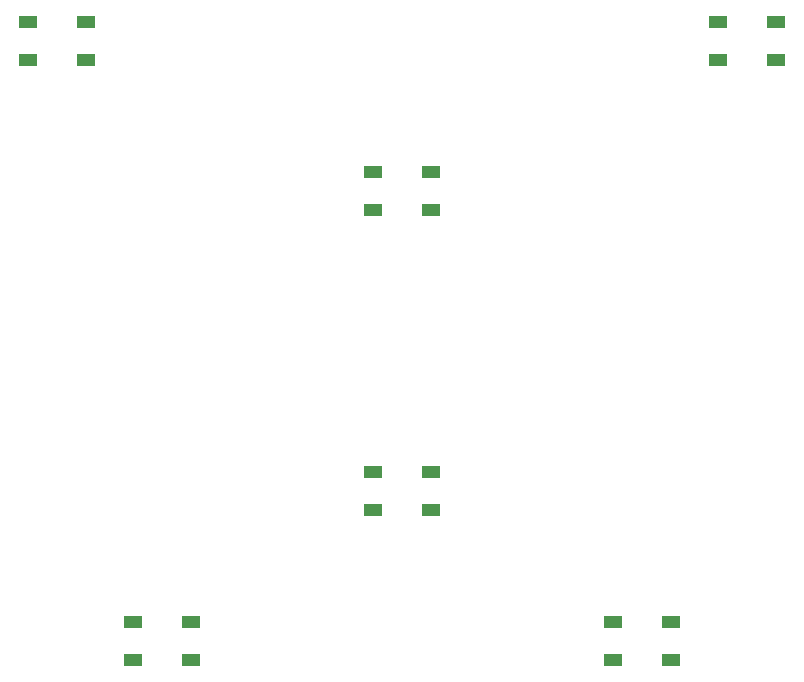
<source format=gts>
%TF.GenerationSoftware,KiCad,Pcbnew,5.1.8-db9833491~87~ubuntu20.04.1*%
%TF.CreationDate,2020-11-10T08:01:52-05:00*%
%TF.ProjectId,18f-blinkie,3138662d-626c-4696-9e6b-69652e6b6963,rev?*%
%TF.SameCoordinates,Original*%
%TF.FileFunction,Soldermask,Top*%
%TF.FilePolarity,Negative*%
%FSLAX46Y46*%
G04 Gerber Fmt 4.6, Leading zero omitted, Abs format (unit mm)*
G04 Created by KiCad (PCBNEW 5.1.8-db9833491~87~ubuntu20.04.1) date 2020-11-10 08:01:52*
%MOMM*%
%LPD*%
G01*
G04 APERTURE LIST*
%ADD10R,1.500000X1.000000*%
G04 APERTURE END LIST*
D10*
%TO.C,D4*%
X86450000Y-112700000D03*
X86450000Y-115900000D03*
X91350000Y-112700000D03*
X91350000Y-115900000D03*
%TD*%
%TO.C,D3*%
X86450000Y-138100000D03*
X86450000Y-141300000D03*
X91350000Y-138100000D03*
X91350000Y-141300000D03*
%TD*%
%TO.C,D6*%
X120560000Y-103200000D03*
X120560000Y-100000000D03*
X115660000Y-103200000D03*
X115660000Y-100000000D03*
%TD*%
%TO.C,D5*%
X106770000Y-150800000D03*
X106770000Y-154000000D03*
X111670000Y-150800000D03*
X111670000Y-154000000D03*
%TD*%
%TO.C,D2*%
X57240000Y-100000000D03*
X57240000Y-103200000D03*
X62140000Y-100000000D03*
X62140000Y-103200000D03*
%TD*%
%TO.C,D1*%
X66130000Y-150800000D03*
X66130000Y-154000000D03*
X71030000Y-150800000D03*
X71030000Y-154000000D03*
%TD*%
M02*

</source>
